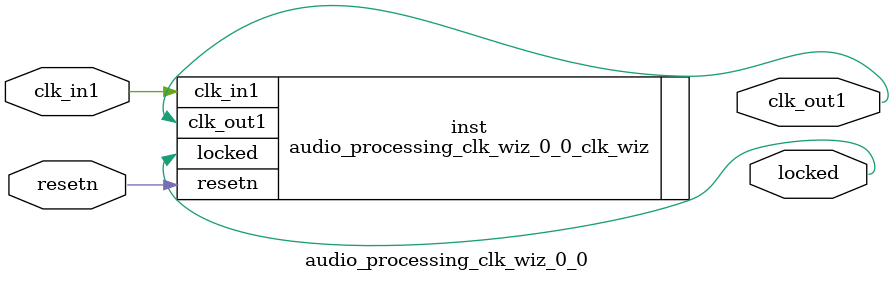
<source format=v>


`timescale 1ps/1ps

(* CORE_GENERATION_INFO = "audio_processing_clk_wiz_0_0,clk_wiz_v6_0_2_0_0,{component_name=audio_processing_clk_wiz_0_0,use_phase_alignment=true,use_min_o_jitter=false,use_max_i_jitter=false,use_dyn_phase_shift=false,use_inclk_switchover=false,use_dyn_reconfig=false,enable_axi=0,feedback_source=FDBK_AUTO,PRIMITIVE=MMCM,num_out_clk=1,clkin1_period=10.000,clkin2_period=10.000,use_power_down=false,use_reset=true,use_locked=true,use_inclk_stopped=false,feedback_type=SINGLE,CLOCK_MGR_TYPE=NA,manual_override=false}" *)

module audio_processing_clk_wiz_0_0 
 (
  // Clock out ports
  output        clk_out1,
  // Status and control signals
  input         resetn,
  output        locked,
 // Clock in ports
  input         clk_in1
 );

  audio_processing_clk_wiz_0_0_clk_wiz inst
  (
  // Clock out ports  
  .clk_out1(clk_out1),
  // Status and control signals               
  .resetn(resetn), 
  .locked(locked),
 // Clock in ports
  .clk_in1(clk_in1)
  );

endmodule

</source>
